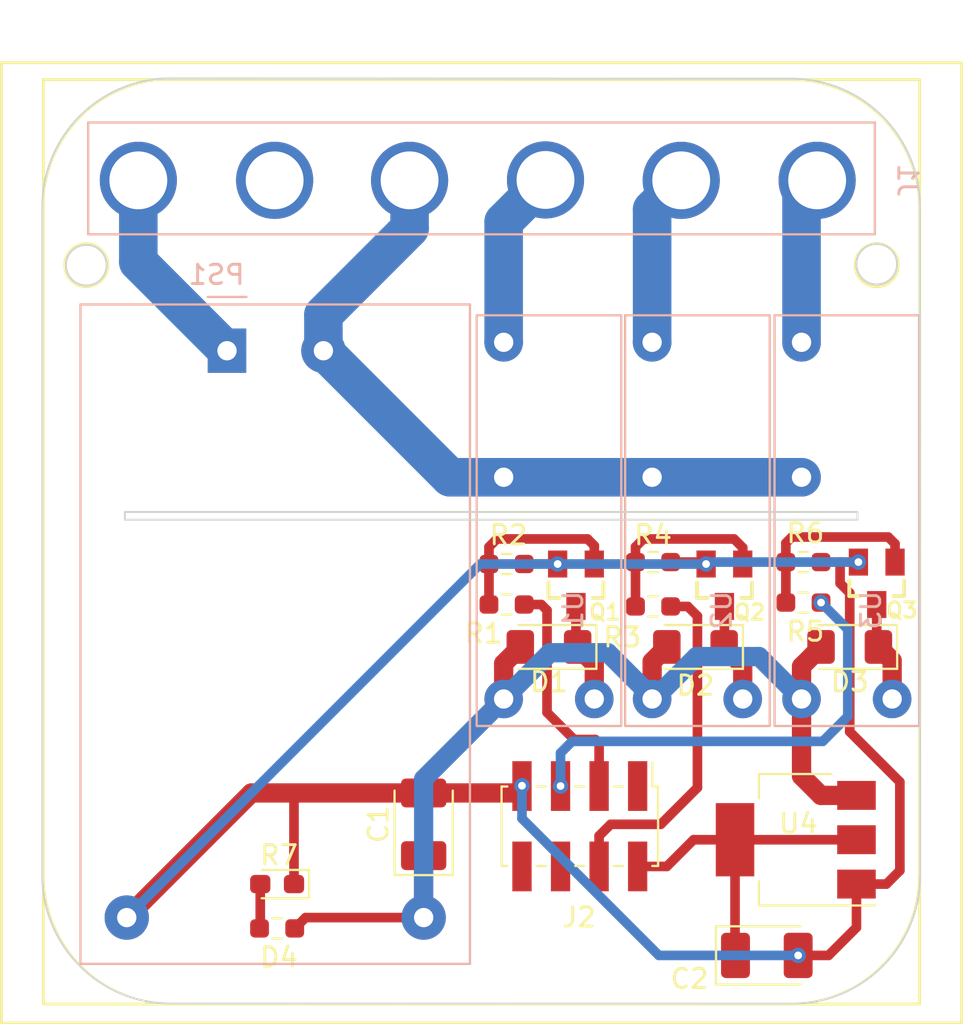
<source format=kicad_pcb>
(kicad_pcb (version 20211014) (generator pcbnew)
  (layers (0 "F.Cu" signal) (31 "B.Cu" signal) (34 "B.Paste" user) (35 "F.Paste" user) (36 "B.SilkS" user "B.Silkscreen") (37 "F.SilkS" user "F.Silkscreen") (38 "B.Mask" user) (39 "F.Mask" user) (44 "Edge.Cuts" user))
  (net 0 "")
  (net 1 "+5V")
  (net 2 "GND")
  (net 3 "+3V3")
  (net 4 "Net-(D4-Pad2)")
  (net 5 "Phase")
  (net 6 "Net-(D1-Pad1)")
  (net 7 "Net-(D2-Pad1)")
  (net 8 "Net-(D3-Pad1)")
  (net 9 "Neutral")
  (net 10 "Load 1")
  (net 11 "Load 2")
  (net 12 "Load 3")
  (net 13 "Relay 2")
  (net 14 "Relay 1")
  (net 15 "Relay 3")
  (net 16 "TEMP")
  (net 17 "Net-(Q1-PadB)")
  (net 18 "Net-(Q2-PadB)")
  (net 19 "Net-(Q3-PadB)")
  (footprint "Relay_THT:c0942" (layer "F.Cu") (at 133.65 101 90)
    (fp_text reference "U1" (at -6.9 3.6 90 unlocked) (layer "B.SilkS") (effects (justify mirror)))
    (fp_text value "c0942")
    (fp_rect (start 8.4 -1.4) (end -12.9 6.1) (layer "B.SilkS") (width 0.12) (fill none))
    (pad "1" thru_hole circle (at 7 0 90) (size 2 2) (drill 1) (layers *.Cu *.Mask) (net 10 "Load 1"))
    (pad "2" thru_hole circle (at 0 0 90) (size 2 2) (drill 1) (layers *.Cu *.Mask) (net 5 "Phase"))
    (pad "3" thru_hole circle (at -11.5 0 90) (size 2 2) (drill 1) (layers *.Cu *.Mask) (net 1 "+5V"))
    (pad "4" thru_hole circle (at -11.5 4.7 90) (size 2 2) (drill 1) (layers *.Cu *.Mask) (net 6 "Net-(D1-Pad1)"))
  )
  (footprint "Resistor_SMD:R_0603_1608Metric_Pad0.98x0.95mm_HandSolder" (layer "F.Cu") (at 121.9 124.4)
    (fp_text reference "R7" (at 0.1 -3.8) (layer "F.SilkS"))
    (fp_text value "2K")
    (fp_line (start -0.254724 -0.5225) (end 0.254724 -0.5225) (layer "F.SilkS") (width 0.12))
    (fp_line (start -0.254724 0.5225) (end 0.254724 0.5225) (layer "F.SilkS") (width 0.12))
    (pad "1" smd roundrect (at -0.9125 0) (size 0.975 0.95) (layers "F.Cu" "F.Paste" "F.Mask") (net 4 "Net-(D4-Pad2)"))
    (pad "2" smd roundrect (at 0.9125 0) (size 0.975 0.95) (layers "F.Cu" "F.Paste" "F.Mask") (net 1 "+5V"))
  )
  (footprint "Resistor_SMD:R_0603_1608Metric_Pad0.98x0.95mm_HandSolder" (layer "F.Cu") (at 141.4 107.7)
    (fp_text reference "R3" (at -1.6 1.6) (layer "F.SilkS"))
    (fp_text value "1K")
    (fp_line (start -0.254724 0.5225) (end 0.254724 0.5225) (layer "F.SilkS") (width 0.12))
    (fp_line (start -0.254724 -0.5225) (end 0.254724 -0.5225) (layer "F.SilkS") (width 0.12))
    (pad "1" smd roundrect (at -0.9125 0) (size 0.975 0.95) (layers "F.Cu" "F.Paste" "F.Mask") (net 18 "Net-(Q2-PadB)"))
    (pad "2" smd roundrect (at 0.9125 0) (size 0.975 0.95) (layers "F.Cu" "F.Paste" "F.Mask") (net 13 "Relay 2"))
  )
  (footprint "MMBT:SOT23-BEC" (layer "F.Cu") (at 145.1 106.6 180)
    (fp_text reference "Q2" (at -1.3 -1.4) (layer "F.SilkS") (effects (font (size 0.800567 0.800567))))
    (fp_text value "MMBT2222*")
    (fp_line (start 0.8636 -0.6604) (end 1.4224 -0.6604) (layer "F.SilkS") (width 0.2032))
    (fp_line (start -1.4224 -0.6604) (end -0.8636 -0.6604) (layer "F.SilkS") (width 0.2032))
    (fp_line (start -1.4224 0.1524) (end -1.4224 -0.6604) (layer "F.SilkS") (width 0.2032))
    (fp_line (start 1.4224 -0.6604) (end 1.4224 0.1524) (layer "F.SilkS") (width 0.2032))
    (pad "B" smd rect locked (at -0.95 1.1 180) (size 1 1.4) (layers "F.Cu" "F.Paste" "F.Mask") (net 18 "Net-(Q2-PadB)"))
    (pad "C" smd rect locked (at 0 -1.1 180) (size 1 1.4) (layers "F.Cu" "F.Paste" "F.Mask") (net 7 "Net-(D2-Pad1)"))
    (pad "E" smd rect locked (at 0.95 1.1 180) (size 1 1.4) (layers "F.Cu" "F.Paste" "F.Mask") (net 2 "GND"))
  )
  (footprint "Diode_SMD:D_1206_3216Metric_Pad1.42x1.75mm_HandSolder" (layer "F.Cu") (at 151.6 109.8 180)
    (fp_text reference "D3" (at 0 -1.82 180) (layer "F.SilkS"))
    (fp_text value "DIODE")
    (fp_line (start -2.46 -1.135) (end -2.46 1.135) (layer "F.SilkS") (width 0.12))
    (fp_line (start -2.46 1.135) (end 1.6 1.135) (layer "F.SilkS") (width 0.12))
    (fp_line (start 1.6 -1.135) (end -2.46 -1.135) (layer "F.SilkS") (width 0.12))
    (pad "1" smd roundrect (at -1.4875 0 180) (size 1.425 1.75) (layers "F.Cu" "F.Paste" "F.Mask") (roundrect_rratio 0.175439) (net 8 "Net-(D3-Pad1)"))
    (pad "2" smd roundrect (at 1.4875 0 180) (size 1.425 1.75) (layers "F.Cu" "F.Paste" "F.Mask") (roundrect_rratio 0.175439) (net 1 "+5V"))
  )
  (footprint "Resistor_SMD:R_0603_1608Metric_Pad0.98x0.95mm_HandSolder" (layer "F.Cu") (at 149.2 105.4 180)
    (fp_text reference "R6" (at -0.1 1.5) (layer "F.SilkS"))
    (fp_text value "10K")
    (fp_line (start -0.254724 0.5225) (end 0.254724 0.5225) (layer "F.SilkS") (width 0.12))
    (fp_line (start -0.254724 -0.5225) (end 0.254724 -0.5225) (layer "F.SilkS") (width 0.12))
    (pad "1" smd roundrect (at -0.9125 0 180) (size 0.975 0.95) (layers "F.Cu" "F.Paste" "F.Mask") (net 2 "GND"))
    (pad "2" smd roundrect (at 0.9125 0 180) (size 0.975 0.95) (layers "F.Cu" "F.Paste" "F.Mask") (net 19 "Net-(Q3-PadB)"))
  )
  (footprint "Capacitor_Tantalum_SMD:CP_EIA-3528-12_Kemet-T_Pad1.50x2.35mm_HandSolder" (layer "F.Cu") (at 147.3 125.8)
    (fp_text reference "C2" (at -4.01 1.21 180) (layer "F.SilkS"))
    (fp_text value "22uF")
    (fp_line (start 1.75 -1.51) (end -2.635 -1.51) (layer "F.SilkS") (width 0.12))
    (fp_line (start -2.635 1.51) (end 1.75 1.51) (layer "F.SilkS") (width 0.12))
    (fp_line (start -2.635 -1.51) (end -2.635 1.51) (layer "F.SilkS") (width 0.12))
    (pad "1" smd roundrect (at -1.625 0) (size 1.5 2.35) (layers "F.Cu" "F.Paste" "F.Mask") (roundrect_rratio 0.166667) (net 3 "+3V3"))
    (pad "2" smd roundrect (at 1.625 0) (size 1.5 2.35) (layers "F.Cu" "F.Paste" "F.Mask") (roundrect_rratio 0.166667) (net 2 "GND"))
  )
  (footprint "Resistor_SMD:R_0603_1608Metric_Pad0.98x0.95mm_HandSolder" (layer "F.Cu") (at 133.8 105.5 180)
    (fp_text reference "R2" (at -0.1 1.5) (layer "F.SilkS"))
    (fp_text value "10K")
    (fp_line (start -0.254724 -0.5225) (end 0.254724 -0.5225) (layer "F.SilkS") (width 0.12))
    (fp_line (start -0.254724 0.5225) (end 0.254724 0.5225) (layer "F.SilkS") (width 0.12))
    (pad "1" smd roundrect (at -0.9125 0 180) (size 0.975 0.95) (layers "F.Cu" "F.Paste" "F.Mask") (net 2 "GND"))
    (pad "2" smd roundrect (at 0.9125 0 180) (size 0.975 0.95) (layers "F.Cu" "F.Paste" "F.Mask") (net 17 "Net-(Q1-PadB)"))
  )
  (footprint "Diode_SMD:D_1206_3216Metric_Pad1.42x1.75mm_HandSolder" (layer "F.Cu") (at 136 109.8 180)
    (fp_text reference "D1" (at 0 -1.82 180) (layer "F.SilkS"))
    (fp_text value "DIODE")
    (fp_line (start 1.6 -1.135) (end -2.46 -1.135) (layer "F.SilkS") (width 0.12))
    (fp_line (start -2.46 -1.135) (end -2.46 1.135) (layer "F.SilkS") (width 0.12))
    (fp_line (start -2.46 1.135) (end 1.6 1.135) (layer "F.SilkS") (width 0.12))
    (pad "1" smd roundrect (at -1.4875 0 180) (size 1.425 1.75) (layers "F.Cu" "F.Paste" "F.Mask") (roundrect_rratio 0.175439) (net 6 "Net-(D1-Pad1)"))
    (pad "2" smd roundrect (at 1.4875 0 180) (size 1.425 1.75) (layers "F.Cu" "F.Paste" "F.Mask") (roundrect_rratio 0.175439) (net 1 "+5V"))
  )
  (footprint "MMBT:SOT23-BEC" (layer "F.Cu") (at 137.4 106.6 180)
    (fp_text reference "Q1" (at -1.5 -1.4) (layer "F.SilkS") (effects (font (size 0.800567 0.800567))))
    (fp_text value "MMBT2222*")
    (fp_line (start -1.4224 -0.6604) (end -0.8636 -0.6604) (layer "F.SilkS") (width 0.2032))
    (fp_line (start -1.4224 0.1524) (end -1.4224 -0.6604) (layer "F.SilkS") (width 0.2032))
    (fp_line (start 1.4224 -0.6604) (end 1.4224 0.1524) (layer "F.SilkS") (width 0.2032))
    (fp_line (start 0.8636 -0.6604) (end 1.4224 -0.6604) (layer "F.SilkS") (width 0.2032))
    (pad "B" smd rect locked (at -0.95 1.1 180) (size 1 1.4) (layers "F.Cu" "F.Paste" "F.Mask") (net 17 "Net-(Q1-PadB)"))
    (pad "C" smd rect locked (at 0 -1.1 180) (size 1 1.4) (layers "F.Cu" "F.Paste" "F.Mask") (net 6 "Net-(D1-Pad1)"))
    (pad "E" smd rect locked (at 0.95 1.1 180) (size 1 1.4) (layers "F.Cu" "F.Paste" "F.Mask") (net 2 "GND"))
  )
  (footprint "LED_SMD:LED_0603_1608Metric_Pad1.05x0.95mm_HandSolder" (layer "F.Cu") (at 121.9 122.1 180)
    (fp_text reference "D4" (at -0.1 -3.8) (layer "F.SilkS"))
    (fp_text value "RED")
    (fp_line (start -1.66 0.735) (end 0.8 0.735) (layer "F.SilkS") (width 0.12))
    (fp_line (start 0.8 -0.735) (end -1.66 -0.735) (layer "F.SilkS") (width 0.12))
    (fp_line (start -1.66 -0.735) (end -1.66 0.735) (layer "F.SilkS") (width 0.12))
    (pad "1" smd roundrect (at -0.875 0 180) (size 1.05 0.95) (layers "F.Cu" "F.Paste" "F.Mask") (net 2 "GND"))
    (pad "2" smd roundrect (at 0.875 0 180) (size 1.05 0.95) (layers "F.Cu" "F.Paste" "F.Mask") (net 4 "Net-(D4-Pad2)"))
  )
  (footprint "Relay_THT:c0942" (layer "F.Cu") (at 149.1 101 90)
    (fp_text reference "U3" (at -6.9 3.6 90 unlocked) (layer "B.SilkS") (effects (justify mirror)))
    (fp_text value "c0942")
    (fp_rect (start 8.4 -1.4) (end -12.9 6.1) (layer "B.SilkS") (width 0.12) (fill none))
    (pad "1" thru_hole circle (at 7 0 90) (size 2 2) (drill 1) (layers *.Cu *.Mask) (net 12 "Load 3"))
    (pad "2" thru_hole circle (at 0 0 90) (size 2 2) (drill 1) (layers *.Cu *.Mask) (net 5 "Phase"))
    (pad "3" thru_hole circle (at -11.5 0 90) (size 2 2) (drill 1) (layers *.Cu *.Mask) (net 1 "+5V"))
    (pad "4" thru_hole circle (at -11.5 4.7 90) (size 2 2) (drill 1) (layers *.Cu *.Mask) (net 8 "Net-(D3-Pad1)"))
  )
  (footprint "Resistor_SMD:R_0603_1608Metric_Pad0.98x0.95mm_HandSolder" (layer "F.Cu") (at 141.4 105.4 180)
    (fp_text reference "R4" (at 0 1.4) (layer "F.SilkS"))
    (fp_text value "10K")
    (fp_line (start -0.254724 0.5225) (end 0.254724 0.5225) (layer "F.SilkS") (width 0.12))
    (fp_line (start -0.254724 -0.5225) (end 0.254724 -0.5225) (layer "F.SilkS") (width 0.12))
    (pad "1" smd roundrect (at -0.9125 0 180) (size 0.975 0.95) (layers "F.Cu" "F.Paste" "F.Mask") (net 2 "GND"))
    (pad "2" smd roundrect (at 0.9125 0 180) (size 0.975 0.95) (layers "F.Cu" "F.Paste" "F.Mask") (net 18 "Net-(Q2-PadB)"))
  )
  (footprint "Relay_THT:c0942" (layer "F.Cu") (at 141.35 101 90)
    (fp_text reference "U2" (at -6.9 3.6 90 unlocked) (layer "B.SilkS") (effects (justify mirror)))
    (fp_text value "c0942")
    (fp_rect (start 8.4 -1.4) (end -12.9 6.1) (layer "B.SilkS") (width 0.12) (fill none))
    (pad "1" thru_hole circle (at 7 0 90) (size 2 2) (drill 1) (layers *.Cu *.Mask) (net 11 "Load 2"))
    (pad "2" thru_hole circle (at 0 0 90) (size 2 2) (drill 1) (layers *.Cu *.Mask) (net 5 "Phase"))
    (pad "3" thru_hole circle (at -11.5 0 90) (size 2 2) (drill 1) (layers *.Cu *.Mask) (net 1 "+5V"))
    (pad "4" thru_hole circle (at -11.5 4.7 90) (size 2 2) (drill 1) (layers *.Cu *.Mask) (net 7 "Net-(D2-Pad1)"))
  )
  (footprint "Package_TO_SOT_SMD:SOT-223-3_TabPin2" (layer "F.Cu") (at 148.8 119.8 180)
    (fp_text reference "U4" (at -0.14 0.84) (layer "F.SilkS"))
    (fp_text value "AMS1117-3.3")
    (fp_line (start 1.91 3.41) (end 1.91 2.15) (layer "F.SilkS") (width 0.12))
    (fp_line (start 1.91 -3.41) (end 1.91 -2.15) (layer "F.SilkS") (width 0.12))
    (fp_line (start -1.85 3.41) (end 1.91 3.41) (layer "F.SilkS") (width 0.12))
    (fp_line (start -4.1 -3.41) (end 1.91 -3.41) (layer "F.SilkS") (width 0.12))
    (pad "1" smd rect (at -3.15 -2.3 180) (size 2 1.5) (layers "F.Cu" "F.Paste" "F.Mask") (net 2 "GND"))
    (pad "2" smd rect (at 3.15 0 180) (size 2 3.8) (layers "F.Cu" "F.Paste" "F.Mask") (net 3 "+3V3"))
    (pad "2" smd rect (at -3.15 0 180) (size 2 1.5) (layers "F.Cu" "F.Paste" "F.Mask") (net 3 "+3V3"))
    (pad "3" smd rect (at -3.15 2.3 180) (size 2 1.5) (layers "F.Cu" "F.Paste" "F.Mask") (net 1 "+5V"))
  )
  (footprint "Resistor_SMD:R_0603_1608Metric_Pad0.98x0.95mm_HandSolder" (layer "F.Cu") (at 149.2 107.5)
    (fp_text reference "R5" (at 0.1 1.5) (layer "F.SilkS"))
    (fp_text value "1K")
    (fp_line (start -0.254724 0.5225) (end 0.254724 0.5225) (layer "F.SilkS") (width 0.12))
    (fp_line (start -0.254724 -0.5225) (end 0.254724 -0.5225) (layer "F.SilkS") (width 0.12))
    (pad "1" smd roundrect (at -0.9125 0) (size 0.975 0.95) (layers "F.Cu" "F.Paste" "F.Mask") (net 19 "Net-(Q3-PadB)"))
    (pad "2" smd roundrect (at 0.9125 0) (size 0.975 0.95) (layers "F.Cu" "F.Paste" "F.Mask") (net 15 "Relay 3"))
  )
  (footprint "Capacitor_Tantalum_SMD:CP_EIA-3528-12_Kemet-T_Pad1.50x2.35mm_HandSolder" (layer "F.Cu") (at 129.5 119 90)
    (fp_text reference "C1" (at 0 -2.35 90) (layer "F.SilkS"))
    (fp_text value "22uF")
    (fp_line (start 1.75 -1.51) (end -2.635 -1.51) (layer "F.SilkS") (width 0.12))
    (fp_line (start -2.635 -1.51) (end -2.635 1.51) (layer "F.SilkS") (width 0.12))
    (fp_line (start -2.635 1.51) (end 1.75 1.51) (layer "F.SilkS") (width 0.12))
    (pad "1" smd roundrect (at -1.625 0 90) (size 1.5 2.35) (layers "F.Cu" "F.Paste" "F.Mask") (roundrect_rratio 0.166667) (net 1 "+5V"))
    (pad "2" smd roundrect (at 1.625 0 90) (size 1.5 2.35) (layers "F.Cu" "F.Paste" "F.Mask") (roundrect_rratio 0.166667) (net 2 "GND"))
  )
  (footprint "Resistor_SMD:R_0603_1608Metric_Pad0.98x0.95mm_HandSolder" (layer "F.Cu") (at 133.8 107.6)
    (fp_text reference "R1" (at -1.2 1.5) (layer "F.SilkS"))
    (fp_text value "1K")
    (fp_line (start -0.254724 -0.5225) (end 0.254724 -0.5225) (layer "F.SilkS") (width 0.12))
    (fp_line (start -0.254724 0.5225) (end 0.254724 0.5225) (layer "F.SilkS") (width 0.12))
    (pad "1" smd roundrect (at -0.9125 0) (size 0.975 0.95) (layers "F.Cu" "F.Paste" "F.Mask") (net 17 "Net-(Q1-PadB)"))
    (pad "2" smd roundrect (at 0.9125 0) (size 0.975 0.95) (layers "F.Cu" "F.Paste" "F.Mask") (net 14 "Relay 1"))
  )
  (footprint "MMBT:SOT23-BEC" (layer "F.Cu") (at 153 106.5 180)
    (fp_text reference "Q3" (at -1.3 -1.4) (layer "F.SilkS") (effects (font (size 0.800567 0.800567))))
    (fp_text value "MMBT2222*")
    (fp_line (start -1.4224 0.1524) (end -1.4224 -0.6604) (layer "F.SilkS") (width 0.2032))
    (fp_line (start 0.8636 -0.6604) (end 1.4224 -0.6604) (layer "F.SilkS") (width 0.2032))
    (fp_line (start -1.4224 -0.6604) (end -0.8636 -0.6604) (layer "F.SilkS") (width 0.2032))
    (fp_line (start 1.4224 -0.6604) (end 1.4224 0.1524) (layer "F.SilkS") (width 0.2032))
    (pad "B" smd rect locked (at -0.95 1.1 180) (size 1 1.4) (layers "F.Cu" "F.Paste" "F.Mask") (net 19 "Net-(Q3-PadB)"))
    (pad "C" smd rect locked (at 0 -1.1 180) (size 1 1.4) (layers "F.Cu" "F.Paste" "F.Mask") (net 8 "Net-(D3-Pad1)"))
    (pad "E" smd rect locked (at 0.95 1.1 180) (size 1 1.4) (layers "F.Cu" "F.Paste" "F.Mask") (net 2 "GND"))
  )
  (footprint "Connector_PinHeader_2.00mm:PinHeader_2x04_P2.00mm_Vertical_SMD" (layer "F.Cu") (at 137.6 119.1 -90)
    (fp_text reference "J2" (at 4.72 0.04 180) (layer "F.SilkS"))
    (fp_text value "2x4 SMD 2.0 MM")
    (fp_line (start -3.315 -3.76) (end -2.06 -3.76) (layer "F.SilkS") (width 0.12))
    (fp_line (start -2.06 1.76) (end -2.06 2.24) (layer "F.SilkS") (width 0.12))
    (fp_line (start 2.06 -4.06) (end 2.06 -3.76) (layer "F.SilkS") (width 0.12))
    (fp_line (start -2.06 -0.24) (end -2.06 0.24) (layer "F.SilkS") (width 0.12))
    (fp_line (start -2.06 -4.06) (end 2.06 -4.06) (layer "F.SilkS") (width 0.12))
    (fp_line (start -2.06 3.76) (end -2.06 4.06) (layer "F.SilkS") (width 0.12))
    (fp_line (start -2.06 -2.24) (end -2.06 -1.76) (layer "F.SilkS") (width 0.12))
    (fp_line (start 2.06 3.76) (end 2.06 4.06) (layer "F.SilkS") (width 0.12))
    (fp_line (start -2.06 4.06) (end 2.06 4.06) (layer "F.SilkS") (width 0.12))
    (fp_line (start 2.06 1.76) (end 2.06 2.24) (layer "F.SilkS") (width 0.12))
    (fp_line (start 2.06 -2.24) (end 2.06 -1.76) (layer "F.SilkS") (width 0.12))
    (fp_line (start -2.06 -4.06) (end -2.06 -3.76) (layer "F.SilkS") (width 0.12))
    (fp_line (start 2.06 -0.24) (end 2.06 0.24) (layer "F.SilkS") (width 0.12))
    (pad "1" smd rect locked (at 2.085 -3 270) (size 2.58 1) (layers "F.Cu" "F.Paste" "F.Mask") (net 3 "+3V3"))
    (pad "2" smd rect locked (at -2.085 -3 270) (size 2.58 1) (layers "F.Cu" "F.Paste" "F.Mask"))
    (pad "3" smd rect locked (at 2.085 -1 270) (size 2.58 1) (layers "F.Cu" "F.Paste" "F.Mask") (net 13 "Relay 2"))
    (pad "4" smd rect locked (at -2.085 -1 270) (size 2.58 1) (layers "F.Cu" "F.Paste" "F.Mask") (net 14 "Relay 1"))
    (pad "5" smd rect locked (at 2.085 1 270) (size 2.58 1) (layers "F.Cu" "F.Paste" "F.Mask"))
    (pad "6" smd rect locked (at -2.085 1 270) (size 2.58 1) (layers "F.Cu" "F.Paste" "F.Mask") (net 15 "Relay 3"))
    (pad "7" smd rect locked (at 2.085 3 270) (size 2.58 1) (layers "F.Cu" "F.Paste" "F.Mask") (net 16 "TEMP"))
    (pad "8" smd rect locked (at -2.085 3 270) (size 2.58 1) (layers "F.Cu" "F.Paste" "F.Mask") (net 2 "GND"))
  )
  (footprint "Diode_SMD:D_1206_3216Metric_Pad1.42x1.75mm_HandSolder" (layer "F.Cu") (at 143.6 109.8 180)
    (fp_text reference "D2" (at 0 -2 180) (layer "F.SilkS"))
    (fp_text value "DIODE")
    (fp_line (start -2.46 -1.135) (end -2.46 1.135) (layer "F.SilkS") (width 0.12))
    (fp_line (start 1.6 -1.135) (end -2.46 -1.135) (layer "F.SilkS") (width 0.12))
    (fp_line (start -2.46 1.135) (end 1.6 1.135) (layer "F.SilkS") (width 0.12))
    (pad "1" smd roundrect (at -1.4875 0 180) (size 1.425 1.75) (layers "F.Cu" "F.Paste" "F.Mask") (roundrect_rratio 0.175439) (net 7 "Net-(D2-Pad1)"))
    (pad "2" smd roundrect (at 1.4875 0 180) (size 1.425 1.75) (layers "F.Cu" "F.Paste" "F.Mask") (roundrect_rratio 0.175439) (net 1 "+5V"))
  )
  (footprint "Converter_ACDC:touch-relay" (layer "B.Cu") (at 114.7 85.6 90)
    (fp_text reference "J1" (at 0 39.9 270 unlocked) (layer "B.SilkS") (effects (justify mirror)))
    (fp_text value "Screw_Terminal_01x06")
    (fp_rect (start 3 38.2) (end -2.8 -2.6) (layer "B.SilkS") (width 0.12) (fill none))
    (pad "1" thru_hole circle (at 0 7.07 90) (size 4 4) (drill 3) (layers *.Cu *.Mask))
    (pad "2" thru_hole circle (at 0 0 90) (size 4 4) (drill 3) (layers *.Cu *.Mask) (net 9 "Neutral"))
    (pad "3" thru_hole circle (at 0 14.07 90) (size 4 4) (drill 3) (layers *.Cu *.Mask) (net 5 "Phase"))
    (pad "4" thru_hole circle (at 0.02 21.12 90) (size 4 4) (drill 3) (layers *.Cu *.Mask) (net 10 "Load 1"))
    (pad "5" thru_hole circle (at 0 28.16 90) (size 4 4) (drill 3) (layers *.Cu *.Mask) (net 11 "Load 2"))
    (pad "6" thru_hole circle (at 0 35.21 90) (size 4 4) (drill 3) (layers *.Cu *.Mask) (net 12 "Load 3"))
  )
  (footprint "Converter_ACDC:Converter_ACDC_HiLink_HLK-PMxx" (layer "B.Cu") (at 119.3 94.4375 -90)
    (fp_text reference "PS1" (at -3.94 0.55) (layer "B.SilkS") (effects (justify mirror)))
    (fp_text value "HLK-PM01")
    (fp_line (start -2.4 7.6) (end -2.4 -12.6) (layer "B.SilkS") (width 0.12))
    (fp_line (start 31.8 -12.6) (end 31.8 7.6) (layer "B.SilkS") (width 0.12))
    (fp_line (start -2.4 -12.6) (end 31.8 -12.6) (layer "B.SilkS") (width 0.12))
    (fp_line (start 31.8 7.6) (end -2.4 7.6) (layer "B.SilkS") (width 0.12))
    (fp_line (start -2.79 1) (end -2.79 -1.01) (layer "B.SilkS") (width 0.12))
    (pad "1" thru_hole rect (at 0 0 270) (size 2.3 2) (drill 1) (layers *.Cu *.Mask) (net 9 "Neutral"))
    (pad "2" thru_hole circle (at 0 -5 270) (size 2.3 2.3) (drill 1) (layers *.Cu *.Mask) (net 5 "Phase"))
    (pad "3" thru_hole circle (at 29.4 5.2 270) (size 2.3 2.3) (drill 1) (layers *.Cu *.Mask) (net 2 "GND"))
    (pad "4" thru_hole circle (at 29.4 -10.2 270) (size 2.3 2.3) (drill 1) (layers *.Cu *.Mask) (net 1 "+5V"))
  )
  (gr_rect (start 107.6 79.5) (end 157.4 129.3) (layer "F.SilkS") (width 0.15) (fill none))
  (gr_arc (start 155.19774 121.64774) (mid 153.25 126.35) (end 148.54774 128.29774) (layer "F.SilkS") (width 0.1))
  (gr_arc (start 148.55774 80.39226) (mid 153.26 82.34) (end 155.20774 87.04226) (layer "F.SilkS") (width 0.1))
  (gr_arc (start 109.76226 87.01226) (mid 111.71 82.31) (end 116.41226 80.36226) (layer "F.SilkS") (width 0.1))
  (gr_arc (start 116.44226 128.30774) (mid 111.74 126.36) (end 109.79226 121.65774) (layer "F.SilkS") (width 0.1))
  (gr_circle (center 153 90) (end 152.5 89) (layer "F.SilkS") (width 0.15) (fill none))
  (gr_rect (start 109.775 80.375) (end 155.225 128.325) (layer "F.SilkS") (width 0.15) (fill none))
  (gr_circle (center 112 90) (end 111 89.5) (layer "F.SilkS") (width 0.15) (fill none))
  (gr_rect (start 152 102.8) (end 114 103.2) (layer "Edge.Cuts") (width 0.1) (fill none))
  (gr_line (start 109.72226 86.96226) (end 109.72226 121.64774) (layer "Edge.Cuts") (width 0.1))
  (gr_circle (center 112 90) (end 111.1 89.45) (layer "Edge.Cuts") (width 0.1) (fill none))
  (gr_line (start 155.25 121.65774) (end 155.24 86.98) (layer "Edge.Cuts") (width 0.1))
  (gr_circle (center 153 89.945249) (end 152.1 89.395249) (layer "Edge.Cuts") (width 0.1) (fill none))
  (gr_arc (start 109.72226 86.96226) (mid 111.67 82.26) (end 116.37226 80.31226) (layer "Edge.Cuts") (width 0.1))
  (gr_line (start 148.6 128.30774) (end 116.37226 128.29774) (layer "Edge.Cuts") (width 0.1))
  (gr_arc (start 116.37226 128.29774) (mid 111.67 126.35) (end 109.72226 121.64774) (layer "Edge.Cuts") (width 0.1))
  (gr_arc (start 148.59 80.33) (mid 153.29226 82.27774) (end 155.24 86.98) (layer "Edge.Cuts") (width 0.1))
  (gr_arc (start 155.25 121.65774) (mid 153.30226 126.36) (end 148.6 128.30774) (layer "Edge.Cuts") (width 0.1))
  (gr_line (start 148.59 80.33) (end 116.37226 80.31226) (layer "Edge.Cuts") (width 0.1))
  (segment (start 149.1 112.5) (end 149.1 110.8125) (width 1) (layer "F.Cu") (net 1))
  (segment (start 122.8125 124.4) (end 123.375 123.8375) (width 0.5) (layer "F.Cu") (net 1))
  (segment (start 149.1 112.5) (end 149.1 116.5) (width 1) (layer "F.Cu") (net 1))
  (segment (start 123.375 123.8375) (end 129.5 123.8375) (width 0.5) (layer "F.Cu") (net 1))
  (segment (start 150.1 117.5) (end 151.95 117.5) (width 1) (layer "F.Cu") (net 1))
  (segment (start 149.1 110.8125) (end 150.1125 109.8) (width 1) (layer "F.Cu") (net 1))
  (segment (start 133.65 112.5) (end 133.65 110.6625) (width 1) (layer "F.Cu") (net 1))
  (segment (start 141.35 112.5) (end 141.35 110.5625) (width 1) (layer "F.Cu") (net 1))
  (segment (start 141.35 110.5625) (end 142.1125 109.8) (width 1) (layer "F.Cu") (net 1))
  (segment (start 133.65 110.6625) (end 134.5125 109.8) (width 1) (layer "F.Cu") (net 1))
  (segment (start 149.1 116.5) (end 150.1 117.5) (width 1) (layer "F.Cu") (net 1))
  (segment (start 129.5 123.8375) (end 129.5 120.625) (width 1) (layer "F.Cu") (net 1))
  (segment (start 129.5 116.65) (end 129.5 123.8375) (width 1) (layer "B.Cu") (net 1))
  (segment (start 133.65 112.5) (end 136.05 110.1) (width 1) (layer "B.Cu") (net 1))
  (segment (start 146.9 110.3) (end 149.1 112.5) (width 1) (layer "B.Cu") (net 1))
  (segment (start 136.05 110.1) (end 139.05 110.1) (width 1) (layer "B.Cu") (net 1))
  (segment (start 143.65 110.3) (end 146.9 110.3) (width 1) (layer "B.Cu") (net 1))
  (segment (start 133.65 112.5) (end 129.5 116.65) (width 1) (layer "B.Cu") (net 1))
  (segment (start 139.05 110.1) (end 141.45 112.5) (width 1) (layer "B.Cu") (net 1))
  (segment (start 141.45 112.5) (end 143.65 110.3) (width 1) (layer "B.Cu") (net 1))
  (segment (start 151.95 124.35) (end 150.5 125.8) (width 0.5) (layer "F.Cu") (net 2))
  (segment (start 154.2 121.4) (end 154.2 116.8) (width 0.5) (layer "F.Cu") (net 2))
  (segment (start 129.5 117.375) (end 134.24 117.375) (width 1) (layer "F.Cu") (net 2))
  (segment (start 122.775 122.1) (end 122.775 117.575) (width 0.5) (layer "F.Cu") (net 2))
  (segment (start 151.95 122.1) (end 151.95 124.35) (width 0.5) (layer "F.Cu") (net 2))
  (segment (start 142.3125 105.4) (end 144.05 105.4) (width 0.5) (layer "F.Cu") (net 2))
  (segment (start 134.6 117.015) (end 134.6 117) (width 0.5) (layer "F.Cu") (net 2))
  (segment (start 151.1 106.5) (end 151.1 105.4) (width 0.5) (layer "F.Cu") (net 2))
  (segment (start 154.2 116.8) (end 151.6 114.2) (width 0.5) (layer "F.Cu") (net 2))
  (segment (start 130 116.875) (end 129.5 117.375) (width 0.25) (layer "F.Cu") (net 2))
  (segment (start 151.95 122.1) (end 153.5 122.1) (width 0.5) (layer "F.Cu") (net 2))
  (segment (start 151.6 114.2) (end 151.6 107) (width 0.5) (layer "F.Cu") (net 2))
  (segment (start 134.5 118.05) (end 134.6 118.15) (width 0.25) (layer "F.Cu") (net 2))
  (segment (start 129.5 117.375) (end 122.975 117.375) (width 1) (layer "F.Cu") (net 2))
  (segment (start 151.1 105.4) (end 152.05 105.4) (width 0.5) (layer "F.Cu") (net 2))
  (segment (start 120.5625 117.375) (end 114.1 123.8375) (width 1) (layer "F.Cu") (net 2))
  (segment (start 122.975 117.375) (end 120.5625 117.375) (width 1) (layer "F.Cu") (net 2))
  (segment (start 150.1125 105.4) (end 151.1 105.4) (width 0.5) (layer "F.Cu") (net 2))
  (segment (start 122.775 117.575) (end 122.975 117.375) (width 0.5) (layer "F.Cu") (net 2))
  (segment (start 144.05 105.4) (end 144.15 105.5) (width 0.5) (layer "F.Cu") (net 2))
  (segment (start 150.5 125.8) (end 148.925 125.8) (width 0.5) (layer "F.Cu") (net 2))
  (segment (start 136.45 105.5) (end 134.7125 105.5) (width 0.5) (layer "F.Cu") (net 2))
  (segment (start 151.6 107) (end 151.1 106.5) (width 0.5) (layer "F.Cu") (net 2))
  (segment (start 153.5 122.1) (end 154.2 121.4) (width 0.5) (layer "F.Cu") (net 2))
  (via (at 134.6 117) (size 0.8) (drill 0.4) (layers "F.Cu" "B.Cu") (net 2))
  (via (at 148.925 125.8) (size 0.8) (drill 0.4) (layers "F.Cu" "B.Cu") (net 2))
  (via (at 136.45 105.5) (size 0.8) (drill 0.4) (layers "F.Cu" "B.Cu") (net 2))
  (via (at 144.15 105.5) (size 0.8) (drill 0.4) (layers "F.Cu" "B.Cu") (net 2))
  (via (at 152.05 105.4) (size 0.8) (drill 0.4) (layers "F.Cu" "B.Cu") (net 2))
  (segment (start 134.6 117) (end 134.6 118.7) (width 0.5) (layer "B.Cu") (net 2))
  (segment (start 132.4375 105.5) (end 114.1 123.8375) (width 0.5) (layer "B.Cu") (net 2))
  (segment (start 136.45 105.5) (end 132.4375 105.5) (width 0.5) (layer "B.Cu") (net 2))
  (segment (start 152.05 105.4) (end 144.25 105.4) (width 0.5) (layer "B.Cu") (net 2))
  (segment (start 144.25 105.4) (end 144.15 105.5) (width 0.5) (layer "B.Cu") (net 2))
  (segment (start 134.6 118.7) (end 141.7 125.8) (width 0.5) (layer "B.Cu") (net 2))
  (segment (start 141.7 125.8) (end 148.925 125.8) (width 0.5) (layer "B.Cu") (net 2))
  (segment (start 144.15 105.5) (end 136.45 105.5) (width 0.5) (layer "B.Cu") (net 2))
  (segment (start 145.65 125.775) (end 145.65 119.8) (width 0.5) (layer "F.Cu") (net 3))
  (segment (start 145.65 119.8) (end 143.5 119.8) (width 0.5) (layer "F.Cu") (net 3))
  (segment (start 142.115 121.185) (end 140.6 121.185) (width 0.5) (layer "F.Cu") (net 3))
  (segment (start 143.5 119.8) (end 142.115 121.185) (width 0.5) (layer "F.Cu") (net 3))
  (segment (start 145.675 125.8) (end 145.65 125.775) (width 0.5) (layer "F.Cu") (net 3))
  (segment (start 145.65 119.8) (end 151.95 119.8) (width 0.5) (layer "F.Cu") (net 3))
  (segment (start 121.025 122.1) (end 121.025 124.3625) (width 0.5) (layer "F.Cu") (net 4))
  (segment (start 121.025 124.3625) (end 120.9875 124.4) (width 0.5) (layer "F.Cu") (net 4))
  (segment (start 124.3 92.57) (end 128.77 88.1) (width 2) (layer "B.Cu") (net 5))
  (segment (start 130.8625 101) (end 133.65 101) (width 2) (layer "B.Cu") (net 5))
  (segment (start 124.3 94.4375) (end 124.3 92.57) (width 2) (layer "B.Cu") (net 5))
  (segment (start 124.3 94.4375) (end 130.8625 101) (width 2) (layer "B.Cu") (net 5))
  (segment (start 128.77 88.1) (end 128.77 85.6) (width 2) (layer "B.Cu") (net 5))
  (segment (start 133.65 101) (end 149.1 101) (width 2) (layer "B.Cu") (net 5))
  (segment (start 137.4 107.7) (end 137.4 109.7125) (width 0.5) (layer "F.Cu") (net 6))
  (segment (start 138.35 110.6625) (end 137.4875 109.8) (width 1) (layer "F.Cu") (net 6))
  (segment (start 137.4 109.7125) (end 137.4875 109.8) (width 0.5) (layer "F.Cu") (net 6))
  (segment (start 138.35 112.5) (end 138.35 110.6625) (width 1) (layer "F.Cu") (net 6))
  (segment (start 146.05 112.5) (end 146.05 110.7625) (width 1) (layer "F.Cu") (net 7))
  (segment (start 145.1 109.7875) (end 145.0875 109.8) (width 0.5) (layer "F.Cu") (net 7))
  (segment (start 145.1 107.7) (end 145.1 109.7875) (width 0.5) (layer "F.Cu") (net 7))
  (segment (start 146.05 110.7625) (end 145.0875 109.8) (width 1) (layer "F.Cu") (net 7))
  (segment (start 153 109.7125) (end 153.0875 109.8) (width 0.5) (layer "F.Cu") (net 8))
  (segment (start 153.8 112.5) (end 153.8 110.5125) (width 1) (layer "F.Cu") (net 8))
  (segment (start 153.8 110.5125) (end 153.0875 109.8) (width 1) (layer "F.Cu") (net 8))
  (segment (start 153 107.6) (end 153 109.7125) (width 0.5) (layer "F.Cu") (net 8))
  (segment (start 114.7 89.8375) (end 119.3 94.4375) (width 2) (layer "B.Cu") (net 9))
  (segment (start 114.7 85.6) (end 114.7 89.8375) (width 2) (layer "B.Cu") (net 9))
  (segment (start 133.65 94) (end 133.65 87.75) (width 2) (layer "B.Cu") (net 10))
  (segment (start 133.65 87.75) (end 135.82 85.58) (width 2) (layer "B.Cu") (net 10))
  (segment (start 141.35 94) (end 141.35 87.11) (width 2) (layer "B.Cu") (net 11))
  (segment (start 141.35 87.11) (end 142.86 85.6) (width 2) (layer "B.Cu") (net 11))
  (segment (start 149.1 86.41) (end 149.91 85.6) (width 2) (layer "B.Cu") (net 12))
  (segment (start 149.1 94) (end 149.1 86.41) (width 2) (layer "B.Cu") (net 12))
  (segment (start 149.1 85.41) (end 149.91 84.6) (width 2) (layer "B.Cu") (net 12))
  (segment (start 138.6 120.15) (end 138.6 121.6) (width 0.25) (layer "F.Cu") (net 13))
  (segment (start 143.7 108.2) (end 143.7 117.1) (width 0.5) (layer "F.Cu") (net 13))
  (segment (start 142.3125 107.7) (end 143.2 107.7) (width 0.5) (layer "F.Cu") (net 13))
  (segment (start 139.2 119) (end 138.6 119.6) (width 0.5) (layer "F.Cu") (net 13))
  (segment (start 141.8 119) (end 139.2 119) (width 0.5) (layer "F.Cu") (net 13))
  (segment (start 138.6 119.6) (end 138.6 121.185) (width 0.5) (layer "F.Cu") (net 13))
  (segment (start 143.2 107.7) (end 143.7 108.2) (width 0.5) (layer "F.Cu") (net 13))
  (segment (start 143.7 117.1) (end 141.8 119) (width 0.5) (layer "F.Cu") (net 13))
  (segment (start 142.4125 107.6) (end 142.3125 107.7) (width 0.5) (layer "F.Cu") (net 13))
  (segment (start 135.6 107.6) (end 135.9 107.9) (width 0.5) (layer "F.Cu") (net 14))
  (segment (start 135.9 113.2) (end 137.3 114.6) (width 0.5) (layer "F.Cu") (net 14))
  (segment (start 138.6 116.5) (end 138.6 118.15) (width 0.25) (layer "F.Cu") (net 14))
  (segment (start 138.4 114.6) (end 138.6 114.8) (width 0.5) (layer "F.Cu") (net 14))
  (segment (start 137.3 114.6) (end 138.4 114.6) (width 0.5) (layer "F.Cu") (net 14))
  (segment (start 134.7125 107.6) (end 135.6 107.6) (width 0.5) (layer "F.Cu") (net 14))
  (segment (start 135.9 107.9) (end 135.9 113.2) (width 0.5) (layer "F.Cu") (net 14))
  (segment (start 138.6 114.8) (end 138.6 117.015) (width 0.5) (layer "F.Cu") (net 14))
  (via (at 136.6 117.015) (size 0.8) (drill 0.4) (layers "F.Cu" "B.Cu") (net 15))
  (via (at 150.1125 107.5) (size 0.8) (drill 0.4) (layers "F.Cu" "B.Cu") (net 15))
  (segment (start 151.5 113.4) (end 151.5 108.8875) (width 0.5) (layer "B.Cu") (net 15))
  (segment (start 136.6 117.015) (end 136.6 115.3) (width 0.5) (layer "B.Cu") (net 15))
  (segment (start 137.2 114.7) (end 150.2 114.7) (width 0.5) (layer "B.Cu") (net 15))
  (segment (start 150.2 114.7) (end 151.5 113.4) (width 0.5) (layer "B.Cu") (net 15))
  (segment (start 151.5 108.8875) (end 150.1125 107.5) (width 0.5) (layer "B.Cu") (net 15))
  (segment (start 136.6 115.3) (end 137.2 114.7) (width 0.5) (layer "B.Cu") (net 15))
  (segment (start 132.8875 104.6125) (end 132.8875 105.5) (width 0.5) (layer "F.Cu") (net 17))
  (segment (start 138.35 105.5) (end 138.35 104.55) (width 0.5) (layer "F.Cu") (net 17))
  (segment (start 133.3 104.2) (end 132.8875 104.6125) (width 0.5) (layer "F.Cu") (net 17))
  (segment (start 138 104.2) (end 133.3 104.2) (width 0.5) (layer "F.Cu") (net 17))
  (segment (start 138.35 104.55) (end 138 104.2) (width 0.5) (layer "F.Cu") (net 17))
  (segment (start 132.8875 107.6) (end 132.8875 105.5) (width 0.5) (layer "F.Cu") (net 17))
  (segment (start 146.05 104.65) (end 146.05 105.5) (width 0.5) (layer "F.Cu") (net 18))
  (segment (start 140.9 104.2) (end 145.6 104.2) (width 0.5) (layer "F.Cu") (net 18))
  (segment (start 140.4875 104.6125) (end 140.9 104.2) (width 0.5) (layer "F.Cu") (net 18))
  (segment (start 140.4875 105.4) (end 140.4875 104.6125) (width 0.5) (layer "F.Cu") (net 18))
  (segment (start 140.4875 107.7) (end 140.4875 105.4) (width 0.5) (layer "F.Cu") (net 18))
  (segment (start 145.6 104.2) (end 146.05 104.65) (width 0.5) (layer "F.Cu") (net 18))
  (segment (start 148.2875 107.5) (end 148.2875 105.4) (width 0.5) (layer "F.Cu") (net 19))
  (segment (start 153.6 104.1) (end 148.6 104.1) (width 0.5) (layer "F.Cu") (net 19))
  (segment (start 148.2875 104.4125) (end 148.2875 105.4) (width 0.5) (layer "F.Cu") (net 19))
  (segment (start 148.6 104.1) (end 148.2875 104.4125) (width 0.5) (layer "F.Cu") (net 19))
  (segment (start 153.95 105.4) (end 153.95 104.45) (width 0.5) (layer "F.Cu") (net 19))
  (segment (start 153.95 104.45) (end 153.6 104.1) (width 0.5) (layer "F.Cu") (net 19))
)
</source>
